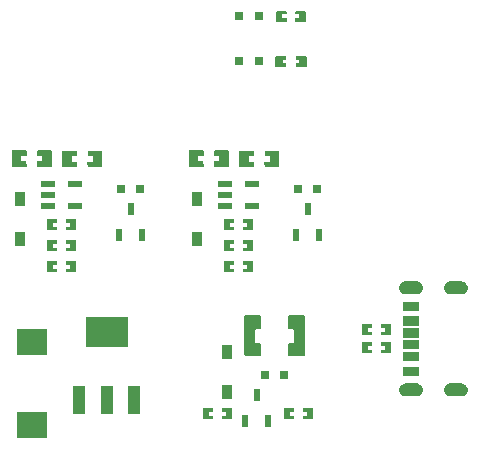
<source format=gtp>
G04 Layer: TopPasteMaskLayer*
G04 Panelize: Stamp Hole, Column: 2, Row: 2, Board Size: 58.42mm x 58.42mm, Panelized Board Size: 122.84mm x 122.84mm*
G04 EasyEDA v6.5.34, 2023-08-07 12:58:06*
G04 71aba6b8c95d4410a53b73b9815fad9c,5a6b42c53f6a479593ecc07194224c93,10*
G04 Gerber Generator version 0.2*
G04 Scale: 100 percent, Rotated: No, Reflected: No *
G04 Dimensions in millimeters *
G04 leading zeros omitted , absolute positions ,4 integer and 5 decimal *
%FSLAX45Y45*%
%MOMM*%

%AMMACRO1*21,1,$1,$2,0,0,$3*%
%ADD10R,0.9500X1.2000*%
%ADD11R,0.5320X1.0375*%
%ADD12R,0.8000X0.8000*%
%ADD13R,1.1570X0.4900*%
%ADD14R,1.1750X0.4900*%
%ADD15MACRO1,2.592X2.2075X0.0000*%
%ADD16R,2.5920X2.2075*%
%ADD17R,1.0500X2.4650*%
%ADD18MACRO1,3.54X2.465X0.0000*%
%ADD19C,0.0101*%

%LPD*%
G36*
X4268622Y5696508D02*
G01*
X4263593Y5691479D01*
X4263593Y5668721D01*
X4300575Y5668721D01*
X4300575Y5635701D01*
X4263593Y5635701D01*
X4263593Y5611520D01*
X4268622Y5606491D01*
X4348581Y5606491D01*
X4353610Y5611520D01*
X4353610Y5691479D01*
X4348581Y5696508D01*
G37*
G36*
X4109618Y5696508D02*
G01*
X4104589Y5691479D01*
X4104589Y5611520D01*
X4109618Y5606491D01*
X4188612Y5606491D01*
X4193590Y5611520D01*
X4193590Y5635701D01*
X4155592Y5635701D01*
X4155592Y5668721D01*
X4193590Y5668721D01*
X4193590Y5691479D01*
X4188612Y5696508D01*
G37*
G36*
X2166518Y3931208D02*
G01*
X2161489Y3926179D01*
X2161489Y3846220D01*
X2166518Y3841191D01*
X2246477Y3841191D01*
X2251506Y3846220D01*
X2251506Y3868978D01*
X2214473Y3868978D01*
X2214473Y3901998D01*
X2251506Y3901998D01*
X2251506Y3926179D01*
X2246477Y3931208D01*
G37*
G36*
X2326487Y3931208D02*
G01*
X2321509Y3926179D01*
X2321509Y3901998D01*
X2359507Y3901998D01*
X2359507Y3868978D01*
X2321509Y3868978D01*
X2321509Y3846220D01*
X2326487Y3841191D01*
X2405481Y3841191D01*
X2410510Y3846220D01*
X2410510Y3926179D01*
X2405481Y3931208D01*
G37*
G36*
X3665067Y3931208D02*
G01*
X3660089Y3926179D01*
X3660089Y3846169D01*
X3665067Y3841191D01*
X3745077Y3841191D01*
X3750106Y3846169D01*
X3750106Y3868978D01*
X3713073Y3868978D01*
X3713073Y3901998D01*
X3750106Y3901998D01*
X3750106Y3926179D01*
X3745077Y3931208D01*
G37*
G36*
X3825087Y3931208D02*
G01*
X3820109Y3926179D01*
X3820109Y3901998D01*
X3858107Y3901998D01*
X3858107Y3868978D01*
X3820109Y3868978D01*
X3820109Y3846169D01*
X3825087Y3841191D01*
X3904081Y3841191D01*
X3909110Y3846169D01*
X3909110Y3926179D01*
X3904081Y3931208D01*
G37*
G36*
X1869490Y4516018D02*
G01*
X1864512Y4510989D01*
X1864512Y4382973D01*
X1869490Y4377994D01*
X1984502Y4377994D01*
X1989480Y4382973D01*
X1988972Y4424984D01*
X1944979Y4424984D01*
X1944979Y4469993D01*
X1989988Y4469993D01*
X1989480Y4510989D01*
X1984502Y4516018D01*
G37*
G36*
X2084476Y4516018D02*
G01*
X2079498Y4510989D01*
X2080006Y4469993D01*
X2123998Y4469993D01*
X2123998Y4424984D01*
X2079498Y4424984D01*
X2079498Y4382973D01*
X2084476Y4377994D01*
X2199487Y4377994D01*
X2204516Y4382973D01*
X2204516Y4510989D01*
X2199487Y4516018D01*
G37*
G36*
X2511298Y4512005D02*
G01*
X2506319Y4506976D01*
X2506776Y4464964D01*
X2550820Y4464964D01*
X2550820Y4420006D01*
X2505811Y4420006D01*
X2506319Y4379010D01*
X2511298Y4373981D01*
X2626309Y4373981D01*
X2631287Y4379010D01*
X2631287Y4506976D01*
X2626309Y4512005D01*
G37*
G36*
X2296312Y4512005D02*
G01*
X2291283Y4506976D01*
X2291283Y4379010D01*
X2296312Y4373981D01*
X2411272Y4373981D01*
X2416302Y4379010D01*
X2415794Y4420006D01*
X2371801Y4420006D01*
X2371801Y4464964D01*
X2416302Y4464964D01*
X2416302Y4506976D01*
X2411272Y4512005D01*
G37*
G36*
X2325522Y3753408D02*
G01*
X2320493Y3748379D01*
X2320493Y3725570D01*
X2357475Y3725570D01*
X2357475Y3692601D01*
X2320493Y3692601D01*
X2320493Y3668369D01*
X2325522Y3663391D01*
X2405481Y3663391D01*
X2410510Y3668369D01*
X2410510Y3748379D01*
X2405481Y3753408D01*
G37*
G36*
X2166518Y3753408D02*
G01*
X2161489Y3748379D01*
X2161489Y3668369D01*
X2166518Y3663391D01*
X2245512Y3663391D01*
X2250490Y3668369D01*
X2250490Y3692601D01*
X2212492Y3692601D01*
X2212492Y3725570D01*
X2250490Y3725570D01*
X2250490Y3748379D01*
X2245512Y3753408D01*
G37*
G36*
X2166467Y3575608D02*
G01*
X2161489Y3570579D01*
X2161489Y3490620D01*
X2166467Y3485591D01*
X2246477Y3485591D01*
X2251506Y3490620D01*
X2251506Y3513378D01*
X2214473Y3513378D01*
X2214473Y3546398D01*
X2251506Y3546398D01*
X2251506Y3570579D01*
X2246477Y3575608D01*
G37*
G36*
X2326487Y3575608D02*
G01*
X2321509Y3570579D01*
X2321509Y3546398D01*
X2359507Y3546398D01*
X2359507Y3513378D01*
X2321509Y3513378D01*
X2321509Y3490620D01*
X2326487Y3485591D01*
X2405481Y3485591D01*
X2410510Y3490620D01*
X2410510Y3570579D01*
X2405481Y3575608D01*
G37*
G36*
X3665067Y3575608D02*
G01*
X3660089Y3570579D01*
X3660089Y3490569D01*
X3665067Y3485591D01*
X3745077Y3485591D01*
X3750106Y3490569D01*
X3750106Y3513378D01*
X3713073Y3513378D01*
X3713073Y3546398D01*
X3750106Y3546398D01*
X3750106Y3570579D01*
X3745077Y3575608D01*
G37*
G36*
X3825087Y3575608D02*
G01*
X3820109Y3570579D01*
X3820109Y3546398D01*
X3858107Y3546398D01*
X3858107Y3513378D01*
X3820109Y3513378D01*
X3820109Y3490569D01*
X3825087Y3485591D01*
X3904081Y3485591D01*
X3909110Y3490569D01*
X3909110Y3570579D01*
X3904081Y3575608D01*
G37*
G36*
X3824071Y3753408D02*
G01*
X3819093Y3748379D01*
X3819093Y3725570D01*
X3856075Y3725570D01*
X3856075Y3692601D01*
X3819093Y3692601D01*
X3819093Y3668369D01*
X3824071Y3663391D01*
X3904081Y3663391D01*
X3909110Y3668369D01*
X3909110Y3748379D01*
X3904081Y3753408D01*
G37*
G36*
X3665118Y3753408D02*
G01*
X3660089Y3748379D01*
X3660089Y3668369D01*
X3665118Y3663391D01*
X3744112Y3663391D01*
X3749090Y3668369D01*
X3749090Y3692601D01*
X3711092Y3692601D01*
X3711092Y3725570D01*
X3749090Y3725570D01*
X3749090Y3748379D01*
X3744112Y3753408D01*
G37*
G36*
X4009898Y4512005D02*
G01*
X4004868Y4506976D01*
X4005376Y4464964D01*
X4049369Y4464964D01*
X4049369Y4420006D01*
X4004411Y4420006D01*
X4004868Y4378960D01*
X4009898Y4373981D01*
X4124909Y4373981D01*
X4129887Y4378960D01*
X4129887Y4506976D01*
X4124909Y4512005D01*
G37*
G36*
X3794912Y4512005D02*
G01*
X3789883Y4506976D01*
X3789883Y4378960D01*
X3794912Y4373981D01*
X3909872Y4373981D01*
X3914901Y4378960D01*
X3914394Y4420006D01*
X3870401Y4420006D01*
X3870401Y4464964D01*
X3914901Y4464964D01*
X3914901Y4506976D01*
X3909872Y4512005D01*
G37*
G36*
X3368090Y4515967D02*
G01*
X3363061Y4510989D01*
X3363061Y4382973D01*
X3368090Y4377994D01*
X3483101Y4377994D01*
X3488080Y4382973D01*
X3487572Y4424984D01*
X3443579Y4424984D01*
X3443579Y4469993D01*
X3488588Y4469993D01*
X3488080Y4510989D01*
X3483101Y4515967D01*
G37*
G36*
X3583076Y4515967D02*
G01*
X3578098Y4510989D01*
X3578606Y4469993D01*
X3622598Y4469993D01*
X3622598Y4424984D01*
X3578098Y4424984D01*
X3578098Y4382973D01*
X3583076Y4377994D01*
X3698087Y4377994D01*
X3703065Y4382973D01*
X3703065Y4510989D01*
X3698087Y4515967D01*
G37*
G36*
X4099102Y5315508D02*
G01*
X4094073Y5310479D01*
X4094073Y5230520D01*
X4099102Y5225491D01*
X4184091Y5225491D01*
X4189120Y5230520D01*
X4189120Y5255514D01*
X4159097Y5255514D01*
X4159097Y5285486D01*
X4189120Y5285486D01*
X4189120Y5310479D01*
X4184091Y5315508D01*
G37*
G36*
X4274108Y5315508D02*
G01*
X4269079Y5310479D01*
X4269079Y5285486D01*
X4299102Y5285486D01*
X4299102Y5255514D01*
X4269079Y5255514D01*
X4269079Y5230520D01*
X4274108Y5225491D01*
X4359097Y5225491D01*
X4364075Y5230520D01*
X4364075Y5310479D01*
X4359097Y5315508D01*
G37*
G36*
X4992471Y3042208D02*
G01*
X4987493Y3037179D01*
X4987493Y3014421D01*
X5024475Y3014421D01*
X5024475Y2981401D01*
X4987493Y2981401D01*
X4987493Y2957169D01*
X4992471Y2952191D01*
X5072481Y2952191D01*
X5077510Y2957169D01*
X5077510Y3037179D01*
X5072481Y3042208D01*
G37*
G36*
X4833518Y3042208D02*
G01*
X4828489Y3037179D01*
X4828489Y2957169D01*
X4833518Y2952191D01*
X4912512Y2952191D01*
X4917490Y2957169D01*
X4917490Y2981401D01*
X4879492Y2981401D01*
X4879492Y3014421D01*
X4917490Y3014421D01*
X4917490Y3037179D01*
X4912512Y3042208D01*
G37*
G36*
X4992471Y2889808D02*
G01*
X4987493Y2884779D01*
X4987493Y2862021D01*
X5024475Y2862021D01*
X5024475Y2829001D01*
X4987493Y2829001D01*
X4987493Y2804769D01*
X4992471Y2799791D01*
X5072481Y2799791D01*
X5077510Y2804769D01*
X5077510Y2884779D01*
X5072481Y2889808D01*
G37*
G36*
X4833518Y2889808D02*
G01*
X4828489Y2884779D01*
X4828489Y2804769D01*
X4833518Y2799791D01*
X4912512Y2799791D01*
X4917490Y2804769D01*
X4917490Y2829001D01*
X4879492Y2829001D01*
X4879492Y2862021D01*
X4917490Y2862021D01*
X4917490Y2884779D01*
X4912512Y2889808D01*
G37*
G36*
X3646271Y2331008D02*
G01*
X3641293Y2325979D01*
X3641293Y2303170D01*
X3678275Y2303170D01*
X3678275Y2270201D01*
X3641293Y2270201D01*
X3641293Y2245969D01*
X3646271Y2240991D01*
X3726281Y2240991D01*
X3731310Y2245969D01*
X3731310Y2325979D01*
X3726281Y2331008D01*
G37*
G36*
X3487318Y2331008D02*
G01*
X3482289Y2325979D01*
X3482289Y2245969D01*
X3487318Y2240991D01*
X3566312Y2240991D01*
X3571290Y2245969D01*
X3571290Y2270201D01*
X3533292Y2270201D01*
X3533292Y2303170D01*
X3571290Y2303170D01*
X3571290Y2325979D01*
X3566312Y2331008D01*
G37*
G36*
X4332071Y2331008D02*
G01*
X4327093Y2325979D01*
X4327093Y2303170D01*
X4364075Y2303170D01*
X4364075Y2270201D01*
X4327093Y2270201D01*
X4327093Y2245969D01*
X4332071Y2240991D01*
X4412081Y2240991D01*
X4417110Y2245969D01*
X4417110Y2325979D01*
X4412081Y2331008D01*
G37*
G36*
X4173118Y2331008D02*
G01*
X4168089Y2325979D01*
X4168089Y2245969D01*
X4173118Y2240991D01*
X4252112Y2240991D01*
X4257090Y2245969D01*
X4257090Y2270201D01*
X4219092Y2270201D01*
X4219092Y2303170D01*
X4257090Y2303170D01*
X4257090Y2325979D01*
X4252112Y2331008D01*
G37*
G36*
X3843731Y3121355D02*
G01*
X3833723Y3111347D01*
X3833723Y2781452D01*
X3843731Y2771444D01*
X3964381Y2771444D01*
X3974388Y2781452D01*
X3974388Y2876905D01*
X3964381Y2886913D01*
X3936542Y2886913D01*
X3926586Y2896920D01*
X3926586Y2995879D01*
X3936542Y3005886D01*
X3964381Y3005886D01*
X3974388Y3015894D01*
X3974388Y3111347D01*
X3964381Y3121355D01*
G37*
G36*
X4214368Y3121355D02*
G01*
X4204411Y3111347D01*
X4204411Y3015894D01*
X4214368Y3005886D01*
X4242206Y3005886D01*
X4252214Y2995879D01*
X4252214Y2896920D01*
X4242206Y2886913D01*
X4214368Y2886913D01*
X4204411Y2876905D01*
X4204411Y2781452D01*
X4214368Y2771444D01*
X4335068Y2771444D01*
X4345076Y2781452D01*
X4345076Y3111347D01*
X4335068Y3121355D01*
G37*
G36*
X5200650Y3408019D02*
G01*
X5193893Y3407562D01*
X5187238Y3406343D01*
X5183987Y3405428D01*
X5177688Y3402939D01*
X5174640Y3401466D01*
X5168900Y3397910D01*
X5163616Y3393643D01*
X5158892Y3388766D01*
X5154828Y3383381D01*
X5151424Y3377539D01*
X5148783Y3371291D01*
X5146954Y3364788D01*
X5145887Y3358083D01*
X5145684Y3351326D01*
X5145887Y3347923D01*
X5146954Y3341217D01*
X5148783Y3334715D01*
X5151424Y3328466D01*
X5154828Y3322624D01*
X5158892Y3317189D01*
X5163616Y3312363D01*
X5168900Y3308096D01*
X5174640Y3304540D01*
X5180787Y3301695D01*
X5187238Y3299663D01*
X5193893Y3298393D01*
X5200650Y3297986D01*
X5294071Y3298088D01*
X5300776Y3298951D01*
X5307330Y3300577D01*
X5313680Y3303015D01*
X5319623Y3306216D01*
X5325160Y3310128D01*
X5330139Y3314700D01*
X5334558Y3319830D01*
X5338318Y3325520D01*
X5341315Y3331565D01*
X5343601Y3337966D01*
X5345023Y3344570D01*
X5345633Y3351326D01*
X5345430Y3358083D01*
X5344414Y3364788D01*
X5342534Y3371291D01*
X5339892Y3377539D01*
X5336540Y3383381D01*
X5332425Y3388766D01*
X5327751Y3393643D01*
X5322468Y3397910D01*
X5316677Y3401466D01*
X5310530Y3404260D01*
X5307330Y3405428D01*
X5300776Y3407054D01*
X5294071Y3407918D01*
G37*
G36*
X5200650Y2544013D02*
G01*
X5193893Y2543556D01*
X5187238Y2542336D01*
X5183987Y2541422D01*
X5177688Y2538933D01*
X5174640Y2537460D01*
X5168900Y2533904D01*
X5163616Y2529636D01*
X5158892Y2524760D01*
X5154828Y2519375D01*
X5151424Y2513533D01*
X5148783Y2507284D01*
X5146954Y2500782D01*
X5145887Y2494076D01*
X5145684Y2487320D01*
X5145887Y2483916D01*
X5146954Y2477211D01*
X5148783Y2470708D01*
X5151424Y2464460D01*
X5154828Y2458618D01*
X5158892Y2453182D01*
X5163616Y2448356D01*
X5168900Y2444089D01*
X5174640Y2440533D01*
X5180787Y2437688D01*
X5187238Y2435656D01*
X5193893Y2434386D01*
X5200650Y2433980D01*
X5294071Y2434082D01*
X5300776Y2434945D01*
X5307330Y2436571D01*
X5313680Y2439009D01*
X5319623Y2442210D01*
X5325160Y2446121D01*
X5330139Y2450693D01*
X5334558Y2455824D01*
X5338318Y2461514D01*
X5341315Y2467559D01*
X5343601Y2473960D01*
X5345023Y2480564D01*
X5345633Y2487320D01*
X5345430Y2494076D01*
X5344414Y2500782D01*
X5342534Y2507284D01*
X5339892Y2513533D01*
X5336540Y2519375D01*
X5332425Y2524760D01*
X5327751Y2529636D01*
X5322468Y2533904D01*
X5316677Y2537460D01*
X5310530Y2540254D01*
X5307330Y2541422D01*
X5300776Y2543048D01*
X5294071Y2543911D01*
G37*
G36*
X5580684Y2544013D02*
G01*
X5577281Y2543911D01*
X5570575Y2543048D01*
X5564022Y2541422D01*
X5557672Y2538933D01*
X5551728Y2535732D01*
X5548884Y2533904D01*
X5543651Y2529636D01*
X5538927Y2524760D01*
X5534812Y2519375D01*
X5531459Y2513533D01*
X5528818Y2507284D01*
X5526938Y2500782D01*
X5525922Y2494076D01*
X5525719Y2487320D01*
X5526328Y2480564D01*
X5526938Y2477211D01*
X5528818Y2470708D01*
X5531459Y2464460D01*
X5534812Y2458618D01*
X5538927Y2453182D01*
X5543651Y2448356D01*
X5548884Y2444089D01*
X5554675Y2440533D01*
X5560822Y2437688D01*
X5567273Y2435656D01*
X5573928Y2434386D01*
X5580684Y2433980D01*
X5674055Y2434082D01*
X5677458Y2434386D01*
X5684113Y2435656D01*
X5690565Y2437688D01*
X5696712Y2440533D01*
X5702452Y2444089D01*
X5707735Y2448356D01*
X5712460Y2453182D01*
X5716524Y2458618D01*
X5719927Y2464460D01*
X5722569Y2470708D01*
X5724398Y2477211D01*
X5725464Y2483916D01*
X5725668Y2490673D01*
X5725058Y2497429D01*
X5723585Y2504033D01*
X5721350Y2510434D01*
X5718302Y2516479D01*
X5714593Y2522118D01*
X5710174Y2527300D01*
X5705144Y2531821D01*
X5702452Y2533904D01*
X5696712Y2537460D01*
X5690565Y2540254D01*
X5687364Y2541422D01*
X5680811Y2543048D01*
X5674055Y2543911D01*
G37*
G36*
X5580684Y3408019D02*
G01*
X5577281Y3407918D01*
X5570575Y3407054D01*
X5564022Y3405428D01*
X5557672Y3402939D01*
X5551728Y3399739D01*
X5548884Y3397910D01*
X5543651Y3393643D01*
X5538927Y3388766D01*
X5534812Y3383381D01*
X5531459Y3377539D01*
X5528818Y3371291D01*
X5526938Y3364788D01*
X5525922Y3358083D01*
X5525719Y3351326D01*
X5526328Y3344570D01*
X5526938Y3341217D01*
X5528818Y3334715D01*
X5531459Y3328466D01*
X5534812Y3322624D01*
X5538927Y3317189D01*
X5543651Y3312363D01*
X5548884Y3308096D01*
X5554675Y3304540D01*
X5560822Y3301695D01*
X5567273Y3299663D01*
X5573928Y3298393D01*
X5580684Y3297986D01*
X5674055Y3298088D01*
X5677458Y3298393D01*
X5684113Y3299663D01*
X5690565Y3301695D01*
X5696712Y3304540D01*
X5702452Y3308096D01*
X5707735Y3312363D01*
X5712460Y3317189D01*
X5716524Y3322624D01*
X5719927Y3328466D01*
X5722569Y3334715D01*
X5724398Y3341217D01*
X5725464Y3347923D01*
X5725668Y3354679D01*
X5725058Y3361436D01*
X5723585Y3368040D01*
X5721350Y3374440D01*
X5718302Y3380486D01*
X5714593Y3386124D01*
X5710174Y3391306D01*
X5705144Y3395827D01*
X5702452Y3397910D01*
X5696712Y3401466D01*
X5690565Y3404260D01*
X5687364Y3405428D01*
X5680811Y3407054D01*
X5674055Y3407918D01*
G37*
G36*
X5175910Y2910992D02*
G01*
X5175910Y2830982D01*
X5315915Y2830982D01*
X5315915Y2910992D01*
G37*
G36*
X5175910Y3010966D02*
G01*
X5175910Y2931007D01*
X5315915Y2931007D01*
X5315915Y3010966D01*
G37*
G36*
X5175758Y3112973D02*
G01*
X5175758Y3033014D01*
X5315762Y3033014D01*
X5315762Y3112973D01*
G37*
G36*
X5175504Y2808986D02*
G01*
X5175504Y2728976D01*
X5315508Y2728976D01*
X5315508Y2808986D01*
G37*
G36*
X5175656Y3236010D02*
G01*
X5175656Y3156000D01*
X5315661Y3156000D01*
X5315661Y3236010D01*
G37*
G36*
X5175656Y2685999D02*
G01*
X5175656Y2605989D01*
X5315661Y2605989D01*
X5315661Y2685999D01*
G37*
D10*
G01*
X1930382Y4106997D03*
G01*
X1930382Y3766992D03*
D11*
G01*
X2775186Y3801468D03*
G01*
X2965203Y3801468D03*
G01*
X2870207Y4021711D03*
D12*
G01*
X2790248Y4190652D03*
G01*
X2950141Y4191337D03*
D13*
G01*
X3669223Y4235185D03*
G01*
X3669223Y4140189D03*
G01*
X3669223Y4045193D03*
D14*
G01*
X3899956Y4045193D03*
G01*
X3899956Y4235185D03*
D12*
G01*
X4288843Y4190649D03*
G01*
X4448736Y4191335D03*
D11*
G01*
X4273781Y3801465D03*
G01*
X4463798Y3801465D03*
G01*
X4368802Y4021709D03*
D10*
G01*
X3428977Y4106994D03*
G01*
X3428977Y3766990D03*
D13*
G01*
X2170628Y4235188D03*
G01*
X2170628Y4140192D03*
G01*
X2170628Y4045196D03*
D14*
G01*
X2401361Y4045196D03*
G01*
X2401361Y4235188D03*
D10*
G01*
X3683855Y2811597D03*
G01*
X3683855Y2471592D03*
D15*
G01*
X2031994Y2891119D03*
D16*
G01*
X2032000Y2188870D03*
D12*
G01*
X4169333Y2616530D03*
G01*
X4009440Y2615844D03*
G01*
X3958590Y5270500D03*
G01*
X3788409Y5270500D03*
G01*
X3958590Y5651500D03*
G01*
X3788409Y5651500D03*
D17*
G01*
X2437002Y2406650D03*
G01*
X2667000Y2406650D03*
G01*
X2896997Y2406650D03*
D18*
G01*
X2666989Y2978139D03*
D11*
G01*
X3841978Y2226665D03*
G01*
X4031995Y2226665D03*
G01*
X3937000Y2446909D03*
M02*

</source>
